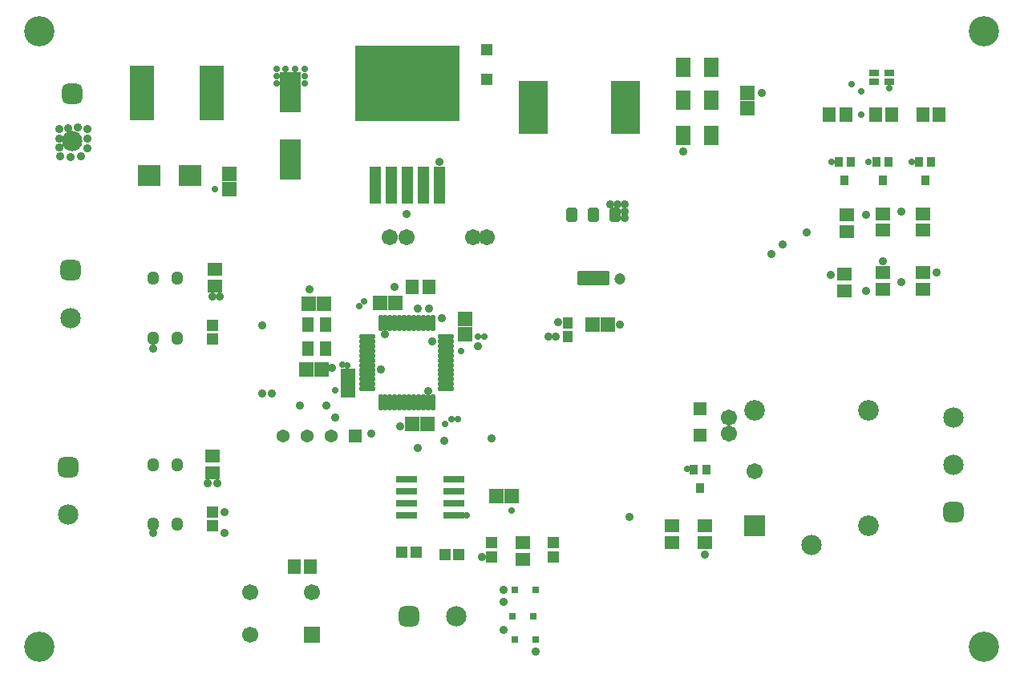
<source format=gts>
G04*
G04 #@! TF.GenerationSoftware,Altium Limited,Altium Designer,25.2.1 (25)*
G04*
G04 Layer_Color=8388736*
%FSLAX44Y44*%
%MOMM*%
G71*
G04*
G04 #@! TF.SameCoordinates,6A0C6451-6BFE-4A27-B80D-F8B4996A6162*
G04*
G04*
G04 #@! TF.FilePolarity,Negative*
G04*
G01*
G75*
%ADD44R,1.6032X1.5032*%
G04:AMPARAMS|DCode=45|XSize=0.4832mm|YSize=1.7632mm|CornerRadius=0.1716mm|HoleSize=0mm|Usage=FLASHONLY|Rotation=0.000|XOffset=0mm|YOffset=0mm|HoleType=Round|Shape=RoundedRectangle|*
%AMROUNDEDRECTD45*
21,1,0.4832,1.4200,0,0,0.0*
21,1,0.1400,1.7632,0,0,0.0*
1,1,0.3432,0.0700,-0.7100*
1,1,0.3432,-0.0700,-0.7100*
1,1,0.3432,-0.0700,0.7100*
1,1,0.3432,0.0700,0.7100*
%
%ADD45ROUNDEDRECTD45*%
G04:AMPARAMS|DCode=46|XSize=0.4832mm|YSize=1.7632mm|CornerRadius=0.1716mm|HoleSize=0mm|Usage=FLASHONLY|Rotation=90.000|XOffset=0mm|YOffset=0mm|HoleType=Round|Shape=RoundedRectangle|*
%AMROUNDEDRECTD46*
21,1,0.4832,1.4200,0,0,90.0*
21,1,0.1400,1.7632,0,0,90.0*
1,1,0.3432,0.7100,0.0700*
1,1,0.3432,0.7100,-0.0700*
1,1,0.3432,-0.7100,-0.0700*
1,1,0.3432,-0.7100,0.0700*
%
%ADD46ROUNDEDRECTD46*%
%ADD47R,1.5032X1.6032*%
%ADD48R,1.2232X1.2432*%
%ADD49R,1.3532X1.5532*%
%ADD50R,1.2432X1.2232*%
%ADD51R,0.8032X0.8032*%
%ADD52R,0.9032X1.1032*%
G04:AMPARAMS|DCode=53|XSize=1.5132mm|YSize=3.4432mm|CornerRadius=0.1999mm|HoleSize=0mm|Usage=FLASHONLY|Rotation=270.000|XOffset=0mm|YOffset=0mm|HoleType=Round|Shape=RoundedRectangle|*
%AMROUNDEDRECTD53*
21,1,1.5132,3.0435,0,0,270.0*
21,1,1.1135,3.4432,0,0,270.0*
1,1,0.3997,-1.5218,-0.5568*
1,1,0.3997,-1.5218,0.5568*
1,1,0.3997,1.5218,0.5568*
1,1,0.3997,1.5218,-0.5568*
%
%ADD53ROUNDEDRECTD53*%
G04:AMPARAMS|DCode=54|XSize=1.5132mm|YSize=1.1332mm|CornerRadius=0.1714mm|HoleSize=0mm|Usage=FLASHONLY|Rotation=270.000|XOffset=0mm|YOffset=0mm|HoleType=Round|Shape=RoundedRectangle|*
%AMROUNDEDRECTD54*
21,1,1.5132,0.7905,0,0,270.0*
21,1,1.1705,1.1332,0,0,270.0*
1,1,0.3427,-0.3953,-0.5853*
1,1,0.3427,-0.3953,0.5853*
1,1,0.3427,0.3953,0.5853*
1,1,0.3427,0.3953,-0.5853*
%
%ADD54ROUNDEDRECTD54*%
%ADD55R,1.1932X3.9932*%
%ADD56R,11.0432X8.0832*%
%ADD57R,1.0032X0.7032*%
%ADD58R,1.2532X1.5032*%
%ADD59R,2.5146X5.8166*%
%ADD60R,1.5532X1.3532*%
%ADD61R,1.2932X1.2832*%
%ADD62R,3.1032X5.6032*%
%ADD63R,2.2032X4.2032*%
%ADD64R,2.4832X2.3232*%
%ADD65R,1.5032X2.0032*%
G04:AMPARAMS|DCode=66|XSize=1.3032mm|YSize=1.1032mm|CornerRadius=0.3266mm|HoleSize=0mm|Usage=FLASHONLY|Rotation=270.000|XOffset=0mm|YOffset=0mm|HoleType=Round|Shape=RoundedRectangle|*
%AMROUNDEDRECTD66*
21,1,1.3032,0.4500,0,0,270.0*
21,1,0.6500,1.1032,0,0,270.0*
1,1,0.6532,-0.2250,-0.3250*
1,1,0.6532,-0.2250,0.3250*
1,1,0.6532,0.2250,0.3250*
1,1,0.6532,0.2250,-0.3250*
%
%ADD66ROUNDEDRECTD66*%
%ADD67R,1.1332X1.2132*%
%ADD68R,1.4032X1.4032*%
%ADD69R,1.4032X1.4032*%
%ADD70R,2.1844X0.7366*%
%ADD71C,1.7012*%
%ADD72R,1.7012X1.7012*%
G04:AMPARAMS|DCode=73|XSize=2.1532mm|YSize=2.1532mm|CornerRadius=0.5891mm|HoleSize=0mm|Usage=FLASHONLY|Rotation=0.000|XOffset=0mm|YOffset=0mm|HoleType=Round|Shape=RoundedRectangle|*
%AMROUNDEDRECTD73*
21,1,2.1532,0.9750,0,0,0.0*
21,1,0.9750,2.1532,0,0,0.0*
1,1,1.1782,0.4875,-0.4875*
1,1,1.1782,-0.4875,-0.4875*
1,1,1.1782,-0.4875,0.4875*
1,1,1.1782,0.4875,0.4875*
%
%ADD73ROUNDEDRECTD73*%
%ADD74C,2.1532*%
%ADD75C,3.2032*%
%ADD76R,1.3660X1.3660*%
%ADD77C,1.3660*%
G04:AMPARAMS|DCode=78|XSize=2.1532mm|YSize=2.1532mm|CornerRadius=0.5891mm|HoleSize=0mm|Usage=FLASHONLY|Rotation=270.000|XOffset=0mm|YOffset=0mm|HoleType=Round|Shape=RoundedRectangle|*
%AMROUNDEDRECTD78*
21,1,2.1532,0.9750,0,0,270.0*
21,1,0.9750,2.1532,0,0,270.0*
1,1,1.1782,-0.4875,-0.4875*
1,1,1.1782,-0.4875,0.4875*
1,1,1.1782,0.4875,0.4875*
1,1,1.1782,0.4875,-0.4875*
%
%ADD78ROUNDEDRECTD78*%
%ADD79C,2.1832*%
%ADD80C,2.1382*%
%ADD81R,2.1832X2.1832*%
%ADD82C,0.9032*%
%ADD83C,0.7032*%
%ADD84C,1.2032*%
%ADD85C,1.7032*%
D44*
X952000Y934000D02*
D03*
Y918000D02*
D03*
X828000Y858000D02*
D03*
Y874000D02*
D03*
X703000Y1071000D02*
D03*
Y1087000D02*
D03*
X1250000Y1172500D02*
D03*
Y1156500D02*
D03*
D45*
X862540Y929260D02*
D03*
X867540D02*
D03*
X872540D02*
D03*
X877540D02*
D03*
X882540D02*
D03*
X887540D02*
D03*
X892540D02*
D03*
X897540D02*
D03*
X902540D02*
D03*
X907540D02*
D03*
X912540D02*
D03*
X917540D02*
D03*
Y845660D02*
D03*
X912540D02*
D03*
X907540D02*
D03*
X902540D02*
D03*
X897540D02*
D03*
X892540D02*
D03*
X887540D02*
D03*
X882540D02*
D03*
X877540D02*
D03*
X872540D02*
D03*
X867540D02*
D03*
X862540D02*
D03*
D46*
X931840Y914960D02*
D03*
Y909960D02*
D03*
Y904960D02*
D03*
Y899960D02*
D03*
Y894960D02*
D03*
Y889960D02*
D03*
Y884960D02*
D03*
Y879960D02*
D03*
Y874960D02*
D03*
Y869960D02*
D03*
Y864960D02*
D03*
Y859960D02*
D03*
X848240D02*
D03*
Y864960D02*
D03*
Y869960D02*
D03*
Y874960D02*
D03*
Y879960D02*
D03*
Y884960D02*
D03*
Y889960D02*
D03*
Y894960D02*
D03*
Y899960D02*
D03*
Y904960D02*
D03*
Y909960D02*
D03*
Y914960D02*
D03*
D47*
X896000Y823000D02*
D03*
X912000D02*
D03*
X878000Y951000D02*
D03*
X862000D02*
D03*
X985000Y747000D02*
D03*
X1001000D02*
D03*
X1102500Y927500D02*
D03*
X1086500D02*
D03*
X787000Y950000D02*
D03*
X803000D02*
D03*
X784501Y880000D02*
D03*
X800500D02*
D03*
D48*
X1045000Y682500D02*
D03*
Y697200D02*
D03*
X980000D02*
D03*
Y682500D02*
D03*
X685000Y729850D02*
D03*
Y715150D02*
D03*
X685000Y927350D02*
D03*
Y912650D02*
D03*
D49*
X1452500Y1150000D02*
D03*
X1435000D02*
D03*
X1353750Y1150000D02*
D03*
X1336250D02*
D03*
X1402500Y1150000D02*
D03*
X1385000D02*
D03*
X913750Y967500D02*
D03*
X896250D02*
D03*
X771250Y672500D02*
D03*
X788750D02*
D03*
D50*
X945000Y685000D02*
D03*
X930300D02*
D03*
X899850Y687501D02*
D03*
X885150D02*
D03*
D51*
X1004000Y595000D02*
D03*
X1026000D02*
D03*
X1004000Y647500D02*
D03*
X1026000D02*
D03*
X1023501Y620000D02*
D03*
X1001500D02*
D03*
D52*
X1444000Y1099400D02*
D03*
X1431000D02*
D03*
X1437500Y1080400D02*
D03*
X1392500Y1080500D02*
D03*
X1386000Y1099500D02*
D03*
X1399000D02*
D03*
X1352500Y1080500D02*
D03*
X1346000Y1099500D02*
D03*
X1359000D02*
D03*
X1206500Y774500D02*
D03*
X1193500D02*
D03*
X1200000Y755500D02*
D03*
D53*
X1087500Y976550D02*
D03*
D54*
X1064600Y1043449D02*
D03*
X1087500D02*
D03*
X1110400D02*
D03*
D55*
X857000Y1075000D02*
D03*
X874000D02*
D03*
X891000D02*
D03*
X908000D02*
D03*
X925000D02*
D03*
D56*
X891000Y1182500D02*
D03*
D57*
X1399500Y1184500D02*
D03*
Y1193500D02*
D03*
X1383500D02*
D03*
Y1184500D02*
D03*
D58*
X804250Y902000D02*
D03*
X785750D02*
D03*
X804250Y928000D02*
D03*
X785750D02*
D03*
D59*
X684584Y1172500D02*
D03*
X610416D02*
D03*
D60*
X1392500Y1045000D02*
D03*
Y1027500D02*
D03*
X1435000Y965000D02*
D03*
Y982500D02*
D03*
Y1045000D02*
D03*
Y1027500D02*
D03*
X1355000Y1043750D02*
D03*
Y1026250D02*
D03*
X1392500Y965000D02*
D03*
Y982500D02*
D03*
X1352500Y963750D02*
D03*
Y981250D02*
D03*
X685000Y771250D02*
D03*
Y788750D02*
D03*
X1170000Y715000D02*
D03*
Y697500D02*
D03*
X1205000Y697500D02*
D03*
Y715000D02*
D03*
X1012500Y697500D02*
D03*
Y680000D02*
D03*
X687500Y968750D02*
D03*
Y986250D02*
D03*
D61*
X975000Y1218250D02*
D03*
Y1186750D02*
D03*
D62*
X1024000Y1157500D02*
D03*
X1121000D02*
D03*
D63*
X767500Y1102000D02*
D03*
Y1173000D02*
D03*
D64*
X618350Y1085000D02*
D03*
X661650D02*
D03*
D65*
X1211500Y1127500D02*
D03*
X1182500D02*
D03*
X1211500Y1165000D02*
D03*
X1182500D02*
D03*
X1211500Y1200000D02*
D03*
X1182500D02*
D03*
D66*
X647500Y780000D02*
D03*
X622100D02*
D03*
Y717000D02*
D03*
X647500D02*
D03*
X647700Y913500D02*
D03*
X622300D02*
D03*
Y976500D02*
D03*
X647700D02*
D03*
D67*
X1060000Y929590D02*
D03*
Y915410D02*
D03*
D68*
X1200000Y810700D02*
D03*
D69*
Y839300D02*
D03*
D70*
X939638Y764050D02*
D03*
Y751350D02*
D03*
Y738650D02*
D03*
Y725950D02*
D03*
X890362D02*
D03*
Y738650D02*
D03*
Y751350D02*
D03*
Y764050D02*
D03*
D71*
X725000Y645000D02*
D03*
X790000D02*
D03*
X725000Y600000D02*
D03*
D72*
X790000D02*
D03*
D73*
X892500Y620000D02*
D03*
D74*
X942500D02*
D03*
X537000Y1122000D02*
D03*
X1467500Y830000D02*
D03*
Y780000D02*
D03*
X532500Y727500D02*
D03*
X535000Y935001D02*
D03*
D75*
X1500000Y1237500D02*
D03*
X502500Y587500D02*
D03*
X1500000D02*
D03*
X502500Y1237500D02*
D03*
D76*
X835400Y810000D02*
D03*
D77*
X810000D02*
D03*
X784600D02*
D03*
X759200D02*
D03*
D78*
X537000Y1172000D02*
D03*
X1467500Y730000D02*
D03*
X532500Y777500D02*
D03*
X535000Y985001D02*
D03*
D79*
X1257500Y837000D02*
D03*
X1377500D02*
D03*
Y715000D02*
D03*
D80*
X1317500Y695000D02*
D03*
D81*
X1257500Y715000D02*
D03*
D82*
X1182000Y1111000D02*
D03*
X811000Y882000D02*
D03*
X902000Y797000D02*
D03*
X930000Y805000D02*
D03*
X902000Y945000D02*
D03*
X883000Y820000D02*
D03*
X747500Y855000D02*
D03*
X690000Y760000D02*
D03*
X913364Y944623D02*
D03*
X523000Y1134000D02*
D03*
X543000Y1136000D02*
D03*
X523000Y1124000D02*
D03*
Y1115000D02*
D03*
X524000Y1106000D02*
D03*
X535000Y1105000D02*
D03*
X546000Y1106000D02*
D03*
X680000Y760000D02*
D03*
X1105000Y1055000D02*
D03*
X1112500D02*
D03*
X1120000D02*
D03*
Y1047500D02*
D03*
Y1040000D02*
D03*
X1205000Y685000D02*
D03*
X925000Y1100000D02*
D03*
X1265000Y1172500D02*
D03*
X1412500Y972500D02*
D03*
X1375000Y963750D02*
D03*
X1450000Y982500D02*
D03*
X1392500Y995000D02*
D03*
X1115000Y927500D02*
D03*
X1050000Y930000D02*
D03*
X970000Y682500D02*
D03*
X992500Y647500D02*
D03*
X1026000Y582500D02*
D03*
X992500Y604980D02*
D03*
X1337500Y980000D02*
D03*
X852500Y812500D02*
D03*
X697500Y730000D02*
D03*
Y707500D02*
D03*
X980000Y807500D02*
D03*
X927036Y935000D02*
D03*
X777500Y842500D02*
D03*
X805000D02*
D03*
X815000Y830000D02*
D03*
X912500Y857500D02*
D03*
X862500Y880000D02*
D03*
X867500Y917500D02*
D03*
X737500Y855000D02*
D03*
Y927350D02*
D03*
X917500Y910000D02*
D03*
X787500Y965000D02*
D03*
X877500Y967500D02*
D03*
X1047500Y915000D02*
D03*
X692500Y957500D02*
D03*
X685000D02*
D03*
X622500Y902500D02*
D03*
X890000Y1044980D02*
D03*
X1040020Y914898D02*
D03*
X965000Y905000D02*
D03*
X1412500Y1047500D02*
D03*
X1375000Y1043750D02*
D03*
X1287500Y1012500D02*
D03*
X1312500Y1025000D02*
D03*
X1275000Y1002500D02*
D03*
X1125000Y725000D02*
D03*
X845000Y1212500D02*
D03*
X865000D02*
D03*
X887500D02*
D03*
X907500D02*
D03*
Y1190000D02*
D03*
X887500D02*
D03*
X865000D02*
D03*
X845000D02*
D03*
X930000Y1212500D02*
D03*
Y1190000D02*
D03*
X887500Y1165000D02*
D03*
X907500D02*
D03*
X930000D02*
D03*
X845000D02*
D03*
X865000D02*
D03*
X992500Y635000D02*
D03*
X622500Y707500D02*
D03*
X532500Y1135500D02*
D03*
X553000Y1134000D02*
D03*
Y1124000D02*
D03*
Y1114000D02*
D03*
D83*
X688000Y1071000D02*
D03*
X1001000Y731000D02*
D03*
X815000Y858000D02*
D03*
X822525Y885368D02*
D03*
X827500Y885000D02*
D03*
X937500Y827500D02*
D03*
X1370000Y1174000D02*
D03*
X1338500Y1099500D02*
D03*
X1378000Y1100000D02*
D03*
X1423400Y1099400D02*
D03*
X1186000Y775000D02*
D03*
X1370000Y1150000D02*
D03*
X1399500Y1177500D02*
D03*
X1360000Y1182000D02*
D03*
X947960Y899960D02*
D03*
X944590Y827910D02*
D03*
X931000Y823080D02*
D03*
X965000Y915000D02*
D03*
X953450Y725950D02*
D03*
X762500Y1197500D02*
D03*
X772500D02*
D03*
X782500D02*
D03*
X752500D02*
D03*
Y1190000D02*
D03*
Y1182500D02*
D03*
X782500D02*
D03*
Y1190000D02*
D03*
X772500D02*
D03*
X762500D02*
D03*
X845000Y952500D02*
D03*
X972500Y915000D02*
D03*
X840000Y947500D02*
D03*
D84*
X1115000Y976000D02*
D03*
D85*
X872500Y1020000D02*
D03*
X975000D02*
D03*
X1230000Y812500D02*
D03*
Y830000D02*
D03*
X1257500Y772500D02*
D03*
X890000Y1020000D02*
D03*
X960000D02*
D03*
M02*

</source>
